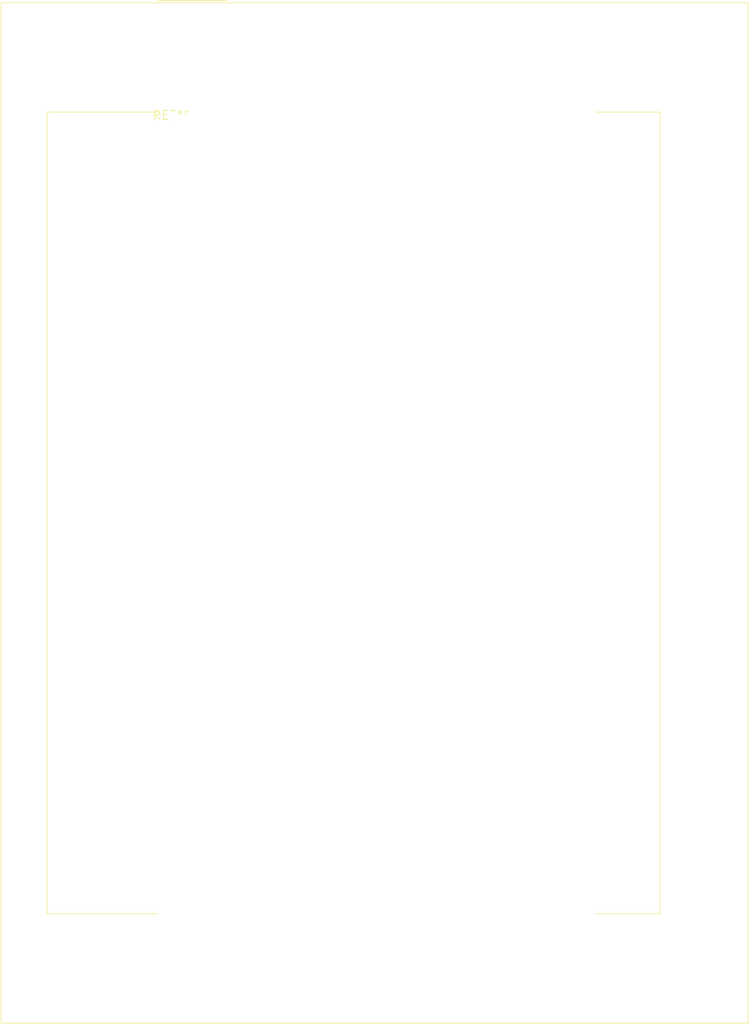
<source format=kicad_pcb>
(kicad_pcb (version 20240108) (generator pcbnew)
  (layers (0 "F.Cu" signal) (31 "B.Cu" signal) (34 "B.Paste" user) (35 "F.Paste" user) (36 "B.SilkS" user "B.Silkscreen") (37 "F.SilkS" user "F.Silkscreen") (38 "B.Mask" user) (39 "F.Mask" user) (44 "Edge.Cuts" user))
  (net 0 "")
  (footprint "EA_eDIPTFT57-XXX" (layer "F.Cu") (at 0 0)
    (property "Reference" "REF**")
    (property "Value" "EA_eDIPTFT57-XXX")
    (fp_line (start -24.51 -16.17) (end 82.93 -16.17) (layer "F.SilkS") (stroke (width 0.12)))
    (fp_line (start -24.51 130.47) (end -24.51 -16.17) (layer "F.SilkS") (stroke (width 0.12)))
    (fp_line (start -17.89 -0.45) (end -2 -0.45) (layer "F.SilkS") (stroke (width 0.12)))
    (fp_line (start -17.89 114.75) (end -17.89 -0.45) (layer "F.SilkS") (stroke (width 0.12)))
    (fp_line (start -2 -16.5) (end 8 -16.5) (layer "F.SilkS") (stroke (width 0.12)))
    (fp_line (start -2 114.75) (end -17.89 114.75) (layer "F.SilkS") (stroke (width 0.12)))
    (fp_line (start 61 -0.45) (end 70.31 -0.45) (layer "F.SilkS") (stroke (width 0.12)))
    (fp_line (start 61 114.75) (end 70.31 114.75) (layer "F.SilkS") (stroke (width 0.12)))
    (fp_line (start 70.31 -0.45) (end 70.31 114.75) (layer "F.SilkS") (stroke (width 0.12)))
    (fp_line (start 82.93 -16.17) (end 82.93 130.47) (layer "F.SilkS") (stroke (width 0.12)))
    (fp_line (start 82.93 130.47) (end -24.51 130.47) (layer "F.SilkS") (stroke (width 0.12)))
    (pad "1" thru_hole rect (at 0 0) (size 1.524 1.524) (drill 1) (layers *.Cu *.Mask) (remove_unused_layers))
    (pad "2" thru_hole circle (at 2.54 0) (size 1.524 1.524) (drill 1) (layers *.Cu *.Mask) (remove_unused_layers))
    (pad "3" thru_hole circle (at 5.08 0) (size 1.524 1.524) (drill 1) (layers *.Cu *.Mask) (remove_unused_layers))
    (pad "4" thru_hole circle (at 7.62 0) (size 1.524 1.524) (drill 1) (layers *.Cu *.Mask) (remove_unused_layers))
    (pad "5" thru_hole circle (at 10.16 0) (size 1.524 1.524) (drill 1) (layers *.Cu *.Mask) (remove_unused_layers))
    (pad "6" thru_hole circle (at 12.7 0) (size 1.524 1.524) (drill 1) (layers *.Cu *.Mask) (remove_unused_layers))
    (pad "7" thru_hole circle (at 15.24 0) (size 1.524 1.524) (drill 1) (layers *.Cu *.Mask) (remove_unused_layers))
    (pad "8" thru_hole circle (at 17.78 0) (size 1.524 1.524) (drill 1) (layers *.Cu *.Mask) (remove_unused_layers))
    (pad "9" thru_hole circle (at 20.32 0) (size 1.524 1.524) (drill 1) (layers *.Cu *.Mask) (remove_unused_layers))
    (pad "10" thru_hole circle (at 22.86 0) (size 1.524 1.524) (drill 1) (layers *.Cu *.Mask) (remove_unused_layers))
    (pad "11" thru_hole circle (at 25.4 0) (size 1.524 1.524) (drill 1) (layers *.Cu *.Mask) (remove_unused_layers))
    (pad "12" thru_hole circle (at 27.94 0) (size 1.524 1.524) (drill 1) (layers *.Cu *.Mask) (remove_unused_layers))
    (pad "13" thru_hole circle (at 30.48 0) (size 1.524 1.524) (drill 1) (layers *.Cu *.Mask) (remove_unused_layers))
    (pad "14" thru_hole circle (at 33.02 0) (size 1.524 1.524) (drill 1) (layers *.Cu *.Mask) (remove_unused_layers))
    (pad "15" thru_hole circle (at 35.56 0) (size 1.524 1.524) (drill 1) (layers *.Cu *.Mask) (remove_unused_layers))
    (pad "16" thru_hole circle (at 38.1 0) (size 1.524 1.524) (drill 1) (layers *.Cu *.Mask) (remove_unused_layers))
    (pad "17" thru_hole circle (at 40.64 0) (size 1.524 1.524) (drill 1) (layers *.Cu *.Mask) (remove_unused_layers))
    (pad "18" thru_hole circle (at 43.18 0) (size 1.524 1.524) (drill 1) (layers *.Cu *.Mask) (remove_unused_layers))
    (pad "19" thru_hole circle (at 45.72 0) (size 1.524 1.524) (drill 1) (layers *.Cu *.Mask) (remove_unused_layers))
    (pad "20" thru_hole circle (at 48.26 0) (size 1.524 1.524) (drill 1) (layers *.Cu *.Mask) (remove_unused_layers))
    (pad "21" thru_hole circle (at 50.8 0) (size 1.524 1.524) (drill 1) (layers *.Cu *.Mask) (remove_unused_layers))
    (pad "22" thru_hole circle (at 53.34 0) (size 1.524 1.524) (drill 1) (layers *.Cu *.Mask) (remove_unused_layers))
    (pad "23" thru_hole circle (at 55.88 0) (size 1.524 1.524) (drill 1) (layers *.Cu *.Mask) (remove_unused_layers))
    (pad "24" thru_hole circle (at 58.42 0) (size 1.524 1.524) (drill 1) (layers *.Cu *.Mask) (remove_unused_layers))
    (pad "25" thru_hole circle (at 58.42 114.3) (size 1.524 1.524) (drill 1) (layers *.Cu *.Mask) (remove_unused_layers))
    (pad "26" thru_hole circle (at 55.88 114.3) (size 1.524 1.524) (drill 1) (layers *.Cu *.Mask) (remove_unused_layers))
    (pad "27" thru_hole circle (at 53.34 114.3) (size 1.524 1.524) (drill 1) (layers *.Cu *.Mask) (remove_unused_layers))
    (pad "28" thru_hole circle (at 50.8 114.3) (size 1.524 1.524) (drill 1) (layers *.Cu *.Mask) (remove_unused_layers))
    (pad "29" thru_hole circle (at 48.26 114.3) (size 1.524 1.524) (drill 1) (layers *.Cu *.Mask) (remove_unused_layers))
    (pad "30" thru_hole circle (at 45.72 114.3) (size 1.524 1.524) (drill 1) (layers *.Cu *.Mask) (remove_unused_layers))
    (pad "31" thru_hole circle (at 43.18 114.3) (size 1.524 1.524) (drill 1) (layers *.Cu *.Mask) (remove_unused_layers))
    (pad "32" thru_hole circle (at 40.64 114.3) (size 1.524 1.524) (drill 1) (layers *.Cu *.Mask) (remove_unused_layers))
    (pad "33" thru_hole circle (at 38.1 114.3) (size 1.524 1.524) (drill 1) (layers *.Cu *.Mask) (remove_unused_layers))
    (pad "34" thru_hole circle (at 35.56 114.3) (size 1.524 1.524) (drill 1) (layers *.Cu *.Mask) (remove_unused_layers))
    (pad "35" thru_hole circle (at 33.02 114.3) (size 1.524 1.524) (drill 1) (layers *.Cu *.Mask) (remove_unused_layers))
    (pad "36" thru_hole circle (at 30.48 114.3) (size 1.524 1.524) (drill 1) (layers *.Cu *.Mask) (remove_unused_layers))
    (pad "37" thru_hole circle (at 27.94 114.3) (size 1.524 1.524) (drill 1) (layers *.Cu *.Mask) (remove_unused_layers))
    (pad "38" thru_hole circle (at 25.4 114.3) (size 1.524 1.524) (drill 1) (layers *.Cu *.Mask) (remove_unused_layers))
    (pad "39" thru_hole circle (at 22.86 114.3) (size 1.524 1.524) (drill 1) (layers *.Cu *.Mask) (remove_unused_layers))
    (pad "40" thru_hole circle (at 20.32 114.3) (size 1.524 1.524) (drill 1) (layers *.Cu *.Mask) (remove_unused_layers))
    (pad "41" thru_hole circle (at 17.78 114.3) (size 1.524 1.524) (drill 1) (layers *.Cu *.Mask) (remove_unused_layers))
    (pad "42" thru_hole circle (at 15.24 114.3) (size 1.524 1.524) (drill 1) (layers *.Cu *.Mask) (remove_unused_layers))
    (pad "43" thru_hole circle (at 12.7 114.3) (size 1.524 1.524) (drill 1) (layers *.Cu *.Mask) (remove_unused_layers))
    (pad "44" thru_hole circle (at 10.16 114.3) (size 1.524 1.524) (drill 1) (layers *.Cu *.Mask) (remove_unused_layers))
    (pad "45" thru_hole circle (at 7.62 114.3) (size 1.524 1.524) (drill 1) (layers *.Cu *.Mask) (remove_unused_layers))
    (pad "46" thru_hole circle (at 5.08 114.3) (size 1.524 1.524) (drill 1) (layers *.Cu *.Mask) (remove_unused_layers))
    (pad "47" thru_hole circle (at 2.54 114.3) (size 1.524 1.524) (drill 1) (layers *.Cu *.Mask) (remove_unused_layers))
    (pad "48" thru_hole circle (at 0 114.3) (size 1.524 1.524) (drill 1) (layers *.Cu *.Mask) (remove_unused_layers))
  )
)
</source>
